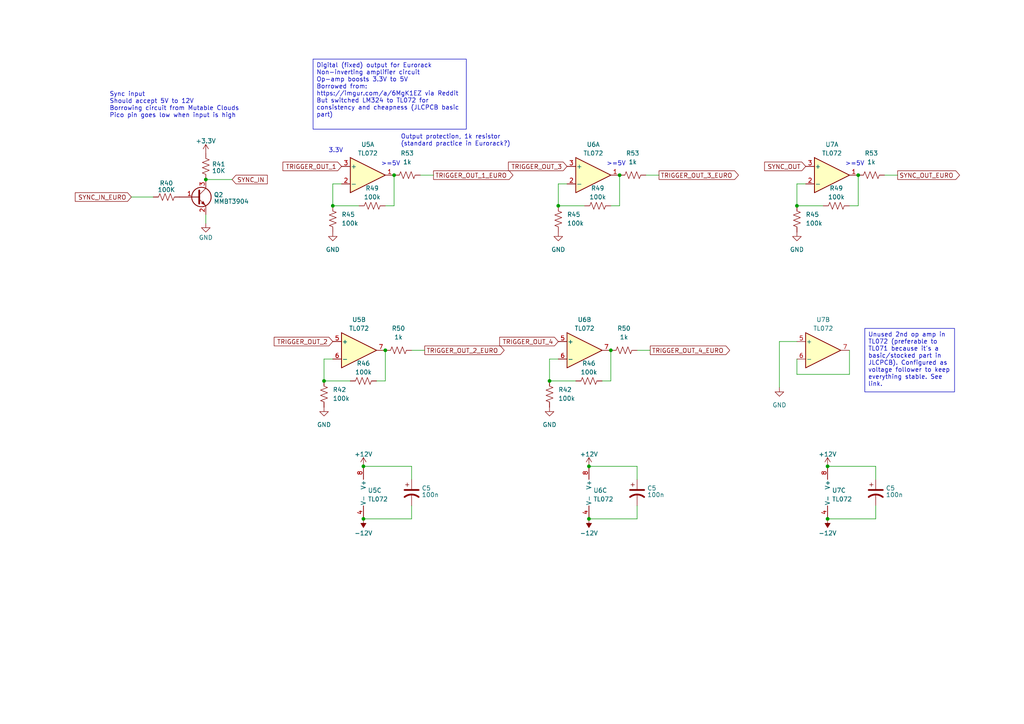
<source format=kicad_sch>
(kicad_sch (version 20230121) (generator eeschema)
  (paper "A4")
  (lib_symbols
    (symbol "Amplifier_Operational:TL072" (pin_names (offset 0.127))
      (property "Reference" "U" (at 0 5.08 0))
      (property "Value" "TL072" (at 0 -5.08 0))
      (symbol "TL072_1_1"
        (polyline (pts (xy -5.08 5.08) (xy 5.08 0) (xy -5.08 -5.08) (xy -5.08 5.08)) (stroke (width 0.254)) (fill (type background)))
        (pin output line (at 7.62 0 180) (length 2.54) (name "~") (number "1"))
        (pin input line (at -7.62 -2.54 0) (length 2.54) (name "-") (number "2"))
        (pin input line (at -7.62 2.54 0) (length 2.54) (name "+") (number "3"))
      )
      (symbol "TL072_2_1"
        (polyline (pts (xy -5.08 5.08) (xy 5.08 0) (xy -5.08 -5.08) (xy -5.08 5.08)) (stroke (width 0.254)) (fill (type background)))
        (pin input line (at -7.62 2.54 0) (length 2.54) (name "+") (number "5"))
        (pin input line (at -7.62 -2.54 0) (length 2.54) (name "-") (number "6"))
        (pin output line (at 7.62 0 180) (length 2.54) (name "~") (number "7"))
      )
      (symbol "TL072_3_1"
        (pin power_in line (at -2.54 -7.62 90) (length 3.81) (name "V-") (number "4"))
        (pin power_in line (at -2.54 7.62 270) (length 3.81) (name "V+") (number "8"))
      )
    )
    (symbol "Device:C_Polarized_US" (pin_numbers hide) (pin_names (offset 0.254) hide)
      (property "Reference" "C" (at 0.635 2.54 0))
      (property "Value" "C_Polarized_US" (at 0.635 -2.54 0))
      (symbol "C_Polarized_US_0_1"
        (polyline (pts (xy -2.032 0.762) (xy 2.032 0.762)) (stroke (width 0.508)))
        (polyline (pts (xy -1.778 2.286) (xy -0.762 2.286)))
        (polyline (pts (xy -1.27 1.778) (xy -1.27 2.794)))
        (arc (start 2.032 -1.27) (mid 0 -0.5572) (end -2.032 -1.27) (stroke (width 0.508)))
      )
      (symbol "C_Polarized_US_1_1"
        (pin passive line (at 0 3.81 270) (length 2.794) (name "~") (number "1"))
        (pin passive line (at 0 -3.81 90) (length 3.302) (name "~") (number "2"))
      )
    )
    (symbol "Device:R_US" (pin_numbers hide) (pin_names (offset 0))
      (property "Reference" "R" (at 2.54 0 90))
      (property "Value" "R_US" (at -2.54 0 90))
      (symbol "R_US_0_1"
        (polyline (pts (xy 0 -2.286) (xy 0 -2.54)))
        (polyline (pts (xy 0 2.286) (xy 0 2.54)))
        (polyline (pts (xy 0 -0.762) (xy 1.016 -1.143) (xy 0 -1.524) (xy -1.016 -1.905) (xy 0 -2.286)))
        (polyline (pts (xy 0 0.762) (xy 1.016 0.381) (xy 0 0) (xy -1.016 -0.381) (xy 0 -0.762)))
        (polyline (pts (xy 0 2.286) (xy 1.016 1.905) (xy 0 1.524) (xy -1.016 1.143) (xy 0 0.762)))
      )
      (symbol "R_US_1_1"
        (pin passive line (at 0 3.81 270) (length 1.27) (name "~") (number "1"))
        (pin passive line (at 0 -3.81 90) (length 1.27) (name "~") (number "2"))
      )
    )
    (symbol "Transistor_BJT:MMBT3904" (pin_names (offset 0) hide)
      (property "Reference" "Q" (at 5.08 1.905 0))
      (property "Value" "MMBT3904" (at 5.08 0 0))
      (symbol "MMBT3904_0_1"
        (polyline (pts (xy 0.635 0.635) (xy 2.54 2.54)))
        (polyline (pts (xy 0.635 -0.635) (xy 2.54 -2.54) (xy 2.54 -2.54)))
        (polyline (pts (xy 0.635 1.905) (xy 0.635 -1.905) (xy 0.635 -1.905)) (stroke (width 0.508)))
        (polyline (pts (xy 1.27 -1.778) (xy 1.778 -1.27) (xy 2.286 -2.286) (xy 1.27 -1.778) (xy 1.27 -1.778)) (fill (type outline)))
        (circle (center 1.27 0) (radius 2.8194) (stroke (width 0.254)))
      )
      (symbol "MMBT3904_1_1"
        (pin input line (at -5.08 0 0) (length 5.715) (name "B") (number "1"))
        (pin passive line (at 2.54 -5.08 90) (length 2.54) (name "E") (number "2"))
        (pin passive line (at 2.54 5.08 270) (length 2.54) (name "C") (number "3"))
      )
    )
    (symbol "power:+12V" (power) (pin_names (offset 0))
      (property "Value" "+12V" (at 0 3.556 0))
      (symbol "+12V_0_1"
        (polyline (pts (xy -0.762 1.27) (xy 0 2.54)))
        (polyline (pts (xy 0 0) (xy 0 2.54)))
        (polyline (pts (xy 0 2.54) (xy 0.762 1.27)))
      )
      (symbol "+12V_1_1"
        (pin power_in line (at 0 0 90) (length 0) hide (name "+12V") (number "1"))
      )
    )
    (symbol "power:+3.3V" (power) (pin_names (offset 0))
      (property "Value" "+3.3V" (at 0 3.556 0))
      (symbol "+3.3V_0_1"
        (polyline (pts (xy -0.762 1.27) (xy 0 2.54)))
        (polyline (pts (xy 0 0) (xy 0 2.54)))
        (polyline (pts (xy 0 2.54) (xy 0.762 1.27)))
      )
      (symbol "+3.3V_1_1"
        (pin power_in line (at 0 0 90) (length 0) hide (name "+3.3V") (number "1"))
      )
    )
    (symbol "power:-12V" (power) (pin_names (offset 0))
      (property "Value" "-12V" (at 0 3.81 0))
      (symbol "-12V_0_0"
        (pin power_in line (at 0 0 90) (length 0) hide (name "-12V") (number "1"))
      )
      (symbol "-12V_0_1"
        (polyline (pts (xy 0 0) (xy 0 1.27) (xy 0.762 1.27) (xy 0 2.54) (xy -0.762 1.27) (xy 0 1.27)) (fill (type outline)))
      )
    )
    (symbol "power:GND" (power) (pin_names (offset 0))
      (property "Value" "GND" (at 0 -3.81 0))
      (symbol "GND_0_1"
        (polyline (pts (xy 0 0) (xy 0 -1.27) (xy 1.27 -1.27) (xy 0 -2.54) (xy -1.27 -1.27) (xy 0 -1.27)))
      )
      (symbol "GND_1_1"
        (pin power_in line (at 0 0 270) (length 0) hide (name "GND") (number "1"))
      )
    )
  )
  (junction (at 240.03 150.495))
  (junction (at 59.69 52.07))
  (junction (at 240.03 135.255))
  (junction (at 248.92 50.8))
  (junction (at 161.925 59.69))
  (junction (at 170.815 150.495))
  (junction (at 159.385 110.49))
  (junction (at 93.98 110.49))
  (junction (at 96.52 59.69))
  (junction (at 114.3 50.8))
  (junction (at 170.815 135.255))
  (junction (at 177.165 101.6))
  (junction (at 105.41 135.255))
  (junction (at 231.14 59.69))
  (junction (at 111.76 101.6))
  (junction (at 105.41 150.495))
  (junction (at 179.705 50.8))
  (wire (pts (xy 184.785 101.6) (xy 188.595 101.6)))
  (wire (pts (xy 246.38 59.69) (xy 248.92 59.69)))
  (wire (pts (xy 161.925 53.34) (xy 161.925 59.69)))
  (wire (pts (xy 174.625 110.49) (xy 177.165 110.49)))
  (wire (pts (xy 96.52 53.34) (xy 96.52 59.69)))
  (wire (pts (xy 93.98 104.14) (xy 96.52 104.14)))
  (wire (pts (xy 177.165 110.49) (xy 177.165 101.6)))
  (wire (pts (xy 59.69 52.07) (xy 67.31 52.07)))
  (wire (pts (xy 119.38 139.065) (xy 119.38 135.255)))
  (wire (pts (xy 231.14 59.69) (xy 238.76 59.69)))
  (wire (pts (xy 159.385 104.14) (xy 161.925 104.14)))
  (wire (pts (xy 184.785 139.065) (xy 184.785 135.255)))
  (wire (pts (xy 59.69 64.77) (xy 59.69 62.23)))
  (wire (pts (xy 161.925 59.69) (xy 169.545 59.69)))
  (wire (pts (xy 119.38 101.6) (xy 123.19 101.6)))
  (wire (pts (xy 248.92 59.69) (xy 248.92 50.8)))
  (wire (pts (xy 93.98 104.14) (xy 93.98 110.49)))
  (wire (pts (xy 96.52 53.34) (xy 99.06 53.34)))
  (wire (pts (xy 254 135.255) (xy 240.03 135.255)))
  (wire (pts (xy 254 139.065) (xy 254 135.255)))
  (wire (pts (xy 231.14 108.585) (xy 246.38 108.585)))
  (wire (pts (xy 93.98 110.49) (xy 101.6 110.49)))
  (wire (pts (xy 254 150.495) (xy 240.03 150.495)))
  (wire (pts (xy 254 146.685) (xy 254 150.495)))
  (wire (pts (xy 184.785 146.685) (xy 184.785 150.495)))
  (wire (pts (xy 111.76 59.69) (xy 114.3 59.69)))
  (wire (pts (xy 184.785 150.495) (xy 170.815 150.495)))
  (wire (pts (xy 256.54 50.8) (xy 260.35 50.8)))
  (wire (pts (xy 177.165 59.69) (xy 179.705 59.69)))
  (wire (pts (xy 231.14 53.34) (xy 231.14 59.69)))
  (wire (pts (xy 231.14 104.14) (xy 231.14 108.585)))
  (wire (pts (xy 119.38 146.685) (xy 119.38 150.495)))
  (wire (pts (xy 119.38 135.255) (xy 105.41 135.255)))
  (wire (pts (xy 119.38 150.495) (xy 105.41 150.495)))
  (wire (pts (xy 231.14 53.34) (xy 233.68 53.34)))
  (wire (pts (xy 96.52 59.69) (xy 104.14 59.69)))
  (wire (pts (xy 184.785 135.255) (xy 170.815 135.255)))
  (wire (pts (xy 187.325 50.8) (xy 191.135 50.8)))
  (wire (pts (xy 179.705 59.69) (xy 179.705 50.8)))
  (wire (pts (xy 114.3 59.69) (xy 114.3 50.8)))
  (wire (pts (xy 38.1 57.15) (xy 44.45 57.15)))
  (wire (pts (xy 159.385 110.49) (xy 167.005 110.49)))
  (wire (pts (xy 121.92 50.8) (xy 125.73 50.8)))
  (wire (pts (xy 226.06 99.06) (xy 231.14 99.06)))
  (wire (pts (xy 161.925 53.34) (xy 164.465 53.34)))
  (wire (pts (xy 226.06 112.395) (xy 226.06 99.06)))
  (wire (pts (xy 109.22 110.49) (xy 111.76 110.49)))
  (wire (pts (xy 159.385 104.14) (xy 159.385 110.49)))
  (wire (pts (xy 246.38 108.585) (xy 246.38 101.6)))
  (wire (pts (xy 111.76 110.49) (xy 111.76 101.6)))
  (text_box "Digital (fixed) output for Eurorack\nNon-inverting amplifier circuit\nOp-amp boosts 3.3V to 5V\nBorrowed from:\nhttps://imgur.com/a/6MgK1EZ via Reddit\nBut switched LM324 to TL072 for consistency and cheapness (JLCPCB basic part)" (at 90.805 17.145 0) (size 44.45 20.32) (effects (font (size 1.27 1.27)) (justify left top)))
  (text_box "Unused 2nd op amp in TL072 (preferable to TL071 because it's a basic/stocked part in JLCPCB). Configured as voltage follower to keep everything stable. See link." (at 250.825 95.25 0) (size 26.035 18.415) (effects (font (size 1.27 1.27)) (justify left top)))
  (text ">=5V" (at 110.49 48.26 0) (effects (font (size 1.27 1.27)) (justify left bottom)))
  (text "Output protection, 1k resistor\n(standard practice in Eurorack?)" (at 116.205 42.545 0) (effects (font (size 1.27 1.27)) (justify left bottom)))
  (text "3.3V" (at 95.25 44.45 0) (effects (font (size 1.27 1.27)) (justify left bottom)))
  (text ">=5V" (at 245.11 48.26 0) (effects (font (size 1.27 1.27)) (justify left bottom)))
  (text ">=5V" (at 175.895 48.26 0) (effects (font (size 1.27 1.27)) (justify left bottom)))
  (text "Sync input\nShould accept 5V to 12V\nBorrowing circuit from Mutable Clouds\nPico pin goes low when input is high" (at 31.75 34.29 0) (effects (font (size 1.27 1.27)) (justify left bottom)))
  (global_label "TRIGGER_OUT_2_EURO" (shape output) (at 123.19 101.6 0) (property "Intersheetrefs" "${INTERSHEET_REFS}" (effects hide)))
  (global_label "TRIGGER_OUT_1" (shape input) (at 99.06 48.26 180) (property "Intersheetrefs" "${INTERSHEET_REFS}" (effects hide)))
  (global_label "TRIGGER_OUT_2" (shape input) (at 96.52 99.06 180) (property "Intersheetrefs" "${INTERSHEET_REFS}" (effects hide)))
  (global_label "SYNC_OUT_EURO" (shape output) (at 260.35 50.8 0) (property "Intersheetrefs" "${INTERSHEET_REFS}" (effects hide)))
  (global_label "TRIGGER_OUT_4" (shape input) (at 161.925 99.06 180) (property "Intersheetrefs" "${INTERSHEET_REFS}" (effects hide)))
  (global_label "TRIGGER_OUT_1_EURO" (shape output) (at 125.73 50.8 0) (property "Intersheetrefs" "${INTERSHEET_REFS}" (effects hide)))
  (global_label "TRIGGER_OUT_3_EURO" (shape output) (at 191.135 50.8 0) (property "Intersheetrefs" "${INTERSHEET_REFS}" (effects hide)))
  (global_label "SYNC_OUT" (shape input) (at 233.68 48.26 180) (property "Intersheetrefs" "${INTERSHEET_REFS}" (effects hide)))
  (global_label "TRIGGER_OUT_4_EURO" (shape output) (at 188.595 101.6 0) (property "Intersheetrefs" "${INTERSHEET_REFS}" (effects hide)))
  (global_label "SYNC_IN_EURO" (shape input) (at 38.1 57.15 180) (property "Intersheetrefs" "${INTERSHEET_REFS}" (effects hide)))
  (global_label "SYNC_IN" (shape input) (at 67.31 52.07 0) (property "Intersheetrefs" "${INTERSHEET_REFS}" (effects hide)))
  (global_label "TRIGGER_OUT_3" (shape input) (at 164.465 48.26 180) (property "Intersheetrefs" "${INTERSHEET_REFS}" (effects hide)))
  (symbol (lib_id "power:GND") (at 231.14 67.31 0) (unit 1)
    (property "Reference" "#PWR053" (effects hide))
    (property "Value" "GND" (at 231.14 72.39 0))
    (instances (project "dk2_03_bottom" (path "" (reference "#PWR053") (unit 1)) (path "" (reference "#PWR040") (unit 1))))
  )
  (symbol (lib_id "Device:C_Polarized_US") (at 184.785 142.875 0) (unit 1)
    (property "Reference" "C5" (at 187.706 141.5963 0) (effects (justify left)))
    (property "Value" "100n" (at 187.706 143.5173 0) (effects (justify left)))
    (property "Footprint" "Capacitor_SMD:C_0603_1608Metric" (effects hide))
    (instances (project "dk2_03_bottom" (path "" (reference "C5") (unit 1)) (path "" (reference "C23") (unit 1))))
  )
  (symbol (lib_id "Device:R_US") (at 231.14 63.5 0) (unit 1)
    (property "Reference" "R45" (at 233.68 62.2299 0) (effects (justify left)))
    (property "Value" "100k" (at 233.68 64.7699 0) (effects (justify left)))
    (property "Footprint" "Resistor_SMD:R_0603_1608Metric" (effects hide))
    (instances (project "dk2_03_bottom" (path "" (reference "R45") (unit 1)) (path "" (reference "R28") (unit 1))))
  )
  (symbol (lib_id "Device:R_US") (at 96.52 63.5 0) (unit 1)
    (property "Reference" "R45" (at 99.06 62.2299 0) (effects (justify left)))
    (property "Value" "100k" (at 99.06 64.7699 0) (effects (justify left)))
    (property "Footprint" "Resistor_SMD:R_0603_1608Metric" (effects hide))
    (instances (project "dk2_03_bottom" (path "" (reference "R45") (unit 1)) (path "" (reference "R17") (unit 1))))
  )
  (symbol (lib_id "power:+12V") (at 105.41 135.255 0) (unit 1)
    (property "Reference" "#PWR033" (effects hide))
    (property "Value" "+12V" (at 105.41 131.7531 0))
  )
  (symbol (lib_id "power:GND") (at 93.98 118.11 0) (unit 1)
    (property "Reference" "#PWR050" (effects hide))
    (property "Value" "GND" (at 93.98 123.19 0))
    (instances (project "dk2_03_bottom" (path "" (reference "#PWR050") (unit 1)) (path "" (reference "#PWR031") (unit 1))))
  )
  (symbol (lib_id "power:+3.3V") (at 59.69 44.45 0) (unit 1)
    (property "Reference" "#PWR048" (effects hide))
    (property "Value" "+3.3V" (at 59.69 40.894 0))
    (instances (project "dk2_03_bottom" (path "" (reference "#PWR048") (unit 1)) (path "" (reference "#PWR029") (unit 1))))
  )
  (symbol (lib_id "Device:R_US") (at 183.515 50.8 90) (unit 1)
    (property "Reference" "R53" (at 183.515 44.45 90))
    (property "Value" "1k" (at 183.515 46.99 90))
    (property "Footprint" "Resistor_SMD:R_0603_1608Metric" (effects hide))
    (instances (project "dk2_03_bottom" (path "" (reference "R53") (unit 1)) (path "" (reference "R27") (unit 1))))
  )
  (symbol (lib_id "Device:R_US") (at 118.11 50.8 90) (unit 1)
    (property "Reference" "R53" (at 118.11 44.45 90))
    (property "Value" "1k" (at 118.11 46.99 90))
    (property "Footprint" "Resistor_SMD:R_0603_1608Metric" (effects hide))
    (instances (project "dk2_03_bottom" (path "" (reference "R53") (unit 1)) (path "" (reference "R21") (unit 1))))
  )
  (symbol (lib_id "power:GND") (at 226.06 112.395 0) (unit 1)
    (property "Reference" "#PWR050" (effects hide))
    (property "Value" "GND" (at 226.06 117.475 0))
    (instances (project "dk2_03_bottom" (path "" (reference "#PWR050") (unit 1)) (path "" (reference "#PWR039") (unit 1))))
  )
  (symbol (lib_id "power:+12V") (at 170.815 135.255 0) (unit 1)
    (property "Reference" "#PWR037" (effects hide))
    (property "Value" "+12V" (at 170.815 131.7531 0))
  )
  (symbol (lib_id "Amplifier_Operational:TL072") (at 173.355 142.875 0) (unit 3)
    (property "Reference" "U6" (at 172.085 142.24 0) (effects (justify left)))
    (property "Value" "TL072" (at 172.085 144.78 0) (effects (justify left)))
    (property "Footprint" "Package_SO:SOIC-8_3.9x4.9mm_P1.27mm" (effects hide))
    (property "Datasheet" "http://www.ti.com/lit/ds/symlink/tl071.pdf" (effects hide))
  )
  (symbol (lib_id "Device:R_US") (at 252.73 50.8 90) (unit 1)
    (property "Reference" "R53" (at 252.73 44.45 90))
    (property "Value" "1k" (at 252.73 46.99 90))
    (property "Footprint" "Resistor_SMD:R_0603_1608Metric" (effects hide))
    (instances (project "dk2_03_bottom" (path "" (reference "R53") (unit 1)) (path "" (reference "R30") (unit 1))))
  )
  (symbol (lib_id "Amplifier_Operational:TL072") (at 242.57 142.875 0) (unit 3)
    (property "Reference" "U7" (at 241.3 142.24 0) (effects (justify left)))
    (property "Value" "TL072" (at 241.3 144.78 0) (effects (justify left)))
    (property "Footprint" "Package_SO:SOIC-8_3.9x4.9mm_P1.27mm" (effects hide))
    (property "Datasheet" "http://www.ti.com/lit/ds/symlink/tl071.pdf" (effects hide))
  )
  (symbol (lib_id "Amplifier_Operational:TL072") (at 172.085 50.8 0) (unit 1)
    (property "Reference" "U6" (at 172.085 41.91 0))
    (property "Value" "TL072" (at 172.085 44.45 0))
    (property "Footprint" "Package_SO:SOIC-8_3.9x4.9mm_P1.27mm" (effects hide))
    (property "Datasheet" "http://www.ti.com/lit/ds/symlink/tl071.pdf" (effects hide))
  )
  (symbol (lib_id "Device:R_US") (at 59.69 48.26 0) (unit 1)
    (property "Reference" "R41" (at 61.468 47.6163 0) (effects (justify left)))
    (property "Value" "10K" (at 61.468 49.5373 0) (effects (justify left)))
    (property "Footprint" "Resistor_SMD:R_0603_1608Metric" (effects hide))
    (instances (project "dk2_03_bottom" (path "" (reference "R41") (unit 1)) (path "" (reference "R15") (unit 1))))
  )
  (symbol (lib_id "power:-12V") (at 105.41 150.495 180) (unit 1)
    (property "Reference" "#PWR061" (effects hide))
    (property "Value" "-12V" (at 105.41 154.6305 0))
    (instances (project "dk2_03_bottom" (path "" (reference "#PWR061") (unit 1)) (path "" (reference "#PWR034") (unit 1))))
  )
  (symbol (lib_id "power:GND") (at 161.925 67.31 0) (unit 1)
    (property "Reference" "#PWR053" (effects hide))
    (property "Value" "GND" (at 161.925 72.39 0))
    (instances (project "dk2_03_bottom" (path "" (reference "#PWR053") (unit 1)) (path "" (reference "#PWR036") (unit 1))))
  )
  (symbol (lib_id "Device:R_US") (at 105.41 110.49 270) (unit 1)
    (property "Reference" "R46" (at 105.41 105.41 90))
    (property "Value" "100k" (at 105.41 107.95 90))
    (property "Footprint" "Resistor_SMD:R_0603_1608Metric" (effects hide))
    (instances (project "dk2_03_bottom" (path "" (reference "R46") (unit 1)) (path "" (reference "R18") (unit 1))))
  )
  (symbol (lib_id "Device:R_US") (at 173.355 59.69 270) (unit 1)
    (property "Reference" "R49" (at 173.355 54.61 90))
    (property "Value" "100k" (at 173.355 57.15 90))
    (property "Footprint" "Resistor_SMD:R_0603_1608Metric" (effects hide))
    (instances (project "dk2_03_bottom" (path "" (reference "R49") (unit 1)) (path "" (reference "R25") (unit 1))))
  )
  (symbol (lib_id "Device:R_US") (at 48.26 57.15 90) (unit 1)
    (property "Reference" "R40" (at 48.26 53.1241 90))
    (property "Value" "100K" (at 48.26 55.0451 90))
    (property "Footprint" "Resistor_SMD:R_0603_1608Metric" (effects hide))
    (instances (project "dk2_03_bottom" (path "" (reference "R40") (unit 1)) (path "" (reference "R14") (unit 1))))
  )
  (symbol (lib_id "Amplifier_Operational:TL072") (at 107.95 142.875 0) (unit 3)
    (property "Reference" "U5" (at 106.68 142.24 0) (effects (justify left)))
    (property "Value" "TL072" (at 106.68 144.78 0) (effects (justify left)))
    (property "Footprint" "Package_SO:SOIC-8_3.9x4.9mm_P1.27mm" (effects hide))
    (property "Datasheet" "http://www.ti.com/lit/ds/symlink/tl071.pdf" (effects hide))
  )
  (symbol (lib_id "Device:R_US") (at 242.57 59.69 270) (unit 1)
    (property "Reference" "R49" (at 242.57 54.61 90))
    (property "Value" "100k" (at 242.57 57.15 90))
    (property "Footprint" "Resistor_SMD:R_0603_1608Metric" (effects hide))
    (instances (project "dk2_03_bottom" (path "" (reference "R49") (unit 1)) (path "" (reference "R29") (unit 1))))
  )
  (symbol (lib_id "Device:R_US") (at 180.975 101.6 90) (unit 1)
    (property "Reference" "R50" (at 180.975 95.25 90))
    (property "Value" "1k" (at 180.975 97.79 90))
    (property "Footprint" "Resistor_SMD:R_0603_1608Metric" (effects hide))
    (instances (project "dk2_03_bottom" (path "" (reference "R50") (unit 1)) (path "" (reference "R26") (unit 1))))
  )
  (symbol (lib_id "Amplifier_Operational:TL072") (at 106.68 50.8 0) (unit 1)
    (property "Reference" "U5" (at 106.68 41.91 0))
    (property "Value" "TL072" (at 106.68 44.45 0))
    (property "Footprint" "Package_SO:SOIC-8_3.9x4.9mm_P1.27mm" (effects hide))
    (property "Datasheet" "http://www.ti.com/lit/ds/symlink/tl071.pdf" (effects hide))
  )
  (symbol (lib_id "Device:C_Polarized_US") (at 119.38 142.875 0) (unit 1)
    (property "Reference" "C5" (at 122.301 141.5963 0) (effects (justify left)))
    (property "Value" "100n" (at 122.301 143.5173 0) (effects (justify left)))
    (property "Footprint" "Capacitor_SMD:C_0603_1608Metric" (effects hide))
    (instances (project "dk2_03_bottom" (path "" (reference "C5") (unit 1)) (path "" (reference "C22") (unit 1))))
  )
  (symbol (lib_id "Device:R_US") (at 161.925 63.5 0) (unit 1)
    (property "Reference" "R45" (at 164.465 62.2299 0) (effects (justify left)))
    (property "Value" "100k" (at 164.465 64.7699 0) (effects (justify left)))
    (property "Footprint" "Resistor_SMD:R_0603_1608Metric" (effects hide))
    (instances (project "dk2_03_bottom" (path "" (reference "R45") (unit 1)) (path "" (reference "R23") (unit 1))))
  )
  (symbol (lib_id "Device:R_US") (at 107.95 59.69 270) (unit 1)
    (property "Reference" "R49" (at 107.95 54.61 90))
    (property "Value" "100k" (at 107.95 57.15 90))
    (property "Footprint" "Resistor_SMD:R_0603_1608Metric" (effects hide))
    (instances (project "dk2_03_bottom" (path "" (reference "R49") (unit 1)) (path "" (reference "R19") (unit 1))))
  )
  (symbol (lib_id "Device:C_Polarized_US") (at 254 142.875 0) (unit 1)
    (property "Reference" "C5" (at 256.921 141.5963 0) (effects (justify left)))
    (property "Value" "100n" (at 256.921 143.5173 0) (effects (justify left)))
    (property "Footprint" "Capacitor_SMD:C_0603_1608Metric" (effects hide))
    (instances (project "dk2_03_bottom" (path "" (reference "C5") (unit 1)) (path "" (reference "C24") (unit 1))))
  )
  (symbol (lib_id "Device:R_US") (at 93.98 114.3 0) (unit 1)
    (property "Reference" "R42" (at 96.52 113.0299 0) (effects (justify left)))
    (property "Value" "100k" (at 96.52 115.5699 0) (effects (justify left)))
    (property "Footprint" "Resistor_SMD:R_0603_1608Metric" (effects hide))
    (instances (project "dk2_03_bottom" (path "" (reference "R42") (unit 1)) (path "" (reference "R16") (unit 1))))
  )
  (symbol (lib_id "Amplifier_Operational:TL072") (at 169.545 101.6 0) (unit 2)
    (property "Reference" "U6" (at 169.545 92.71 0))
    (property "Value" "TL072" (at 169.545 95.25 0))
    (property "Footprint" "Package_SO:SOIC-8_3.9x4.9mm_P1.27mm" (effects hide))
    (property "Datasheet" "http://www.ti.com/lit/ds/symlink/tl071.pdf" (effects hide))
  )
  (symbol (lib_id "Device:R_US") (at 159.385 114.3 0) (unit 1)
    (property "Reference" "R42" (at 161.925 113.0299 0) (effects (justify left)))
    (property "Value" "100k" (at 161.925 115.5699 0) (effects (justify left)))
    (property "Footprint" "Resistor_SMD:R_0603_1608Metric" (effects hide))
    (instances (project "dk2_03_bottom" (path "" (reference "R42") (unit 1)) (path "" (reference "R22") (unit 1))))
  )
  (symbol (lib_id "Amplifier_Operational:TL072") (at 104.14 101.6 0) (unit 2)
    (property "Reference" "U5" (at 104.14 92.71 0))
    (property "Value" "TL072" (at 104.14 95.25 0))
    (property "Footprint" "Package_SO:SOIC-8_3.9x4.9mm_P1.27mm" (effects hide))
    (property "Datasheet" "http://www.ti.com/lit/ds/symlink/tl071.pdf" (effects hide))
  )
  (symbol (lib_id "Amplifier_Operational:TL072") (at 238.76 101.6 0) (unit 2)
    (property "Reference" "U7" (at 238.76 92.71 0))
    (property "Value" "TL072" (at 238.76 95.25 0))
    (property "Footprint" "Package_SO:SOIC-8_3.9x4.9mm_P1.27mm" (effects hide))
    (property "Datasheet" "http://www.ti.com/lit/ds/symlink/tl071.pdf" (effects hide))
  )
  (symbol (lib_id "power:+12V") (at 240.03 135.255 0) (unit 1)
    (property "Reference" "#PWR041" (effects hide))
    (property "Value" "+12V" (at 240.03 131.7531 0))
  )
  (symbol (lib_id "Device:R_US") (at 170.815 110.49 270) (unit 1)
    (property "Reference" "R46" (at 170.815 105.41 90))
    (property "Value" "100k" (at 170.815 107.95 90))
    (property "Footprint" "Resistor_SMD:R_0603_1608Metric" (effects hide))
    (instances (project "dk2_03_bottom" (path "" (reference "R46") (unit 1)) (path "" (reference "R24") (unit 1))))
  )
  (symbol (lib_id "power:-12V") (at 240.03 150.495 180) (unit 1)
    (property "Reference" "#PWR061" (effects hide))
    (property "Value" "-12V" (at 240.03 154.6305 0))
    (instances (project "dk2_03_bottom" (path "" (reference "#PWR061") (unit 1)) (path "" (reference "#PWR042") (unit 1))))
  )
  (symbol (lib_id "Transistor_BJT:MMBT3904") (at 57.15 57.15 0) (unit 1)
    (property "Reference" "Q2" (at 62.0014 56.5063 0) (effects (justify left)))
    (property "Value" "MMBT3904" (at 62.0014 58.4273 0) (effects (justify left)))
    (property "Footprint" "Package_TO_SOT_SMD:SOT-23" (effects hide))
    (property "Datasheet" "https://www.onsemi.com/pub/Collateral/2N3903-D.PDF" (effects hide))
    (instances (project "dk2_03_bottom" (path "" (reference "Q2") (unit 1)) (path "" (reference "Q1") (unit 1))))
  )
  (symbol (lib_id "power:GND") (at 96.52 67.31 0) (unit 1)
    (property "Reference" "#PWR053" (effects hide))
    (property "Value" "GND" (at 96.52 72.39 0))
    (instances (project "dk2_03_bottom" (path "" (reference "#PWR053") (unit 1)) (path "" (reference "#PWR032") (unit 1))))
  )
  (symbol (lib_id "power:GND") (at 159.385 118.11 0) (unit 1)
    (property "Reference" "#PWR050" (effects hide))
    (property "Value" "GND" (at 159.385 123.19 0))
    (instances (project "dk2_03_bottom" (path "" (reference "#PWR050") (unit 1)) (path "" (reference "#PWR035") (unit 1))))
  )
  (symbol (lib_id "power:GND") (at 59.69 64.77 0) (unit 1)
    (property "Reference" "#PWR049" (effects hide))
    (property "Value" "GND" (at 59.69 68.9055 0))
    (instances (project "dk2_03_bottom" (path "" (reference "#PWR049") (unit 1)) (path "" (reference "#PWR030") (unit 1))))
  )
  (symbol (lib_id "Amplifier_Operational:TL072") (at 241.3 50.8 0) (unit 1)
    (property "Reference" "U7" (at 241.3 41.91 0))
    (property "Value" "TL072" (at 241.3 44.45 0))
    (property "Footprint" "Package_SO:SOIC-8_3.9x4.9mm_P1.27mm" (effects hide))
    (property "Datasheet" "http://www.ti.com/lit/ds/symlink/tl071.pdf" (effects hide))
  )
  (symbol (lib_id "power:-12V") (at 170.815 150.495 180) (unit 1)
    (property "Reference" "#PWR061" (effects hide))
    (property "Value" "-12V" (at 170.815 154.6305 0))
    (instances (project "dk2_03_bottom" (path "" (reference "#PWR061") (unit 1)) (path "" (reference "#PWR038") (unit 1))))
  )
  (symbol (lib_id "Device:R_US") (at 115.57 101.6 90) (unit 1)
    (property "Reference" "R50" (at 115.57 95.25 90))
    (property "Value" "1k" (at 115.57 97.79 90))
    (property "Footprint" "Resistor_SMD:R_0603_1608Metric" (effects hide))
    (instances (project "dk2_03_bottom" (path "" (reference "R50") (unit 1)) (path "" (reference "R20") (unit 1))))
  )
)
</source>
